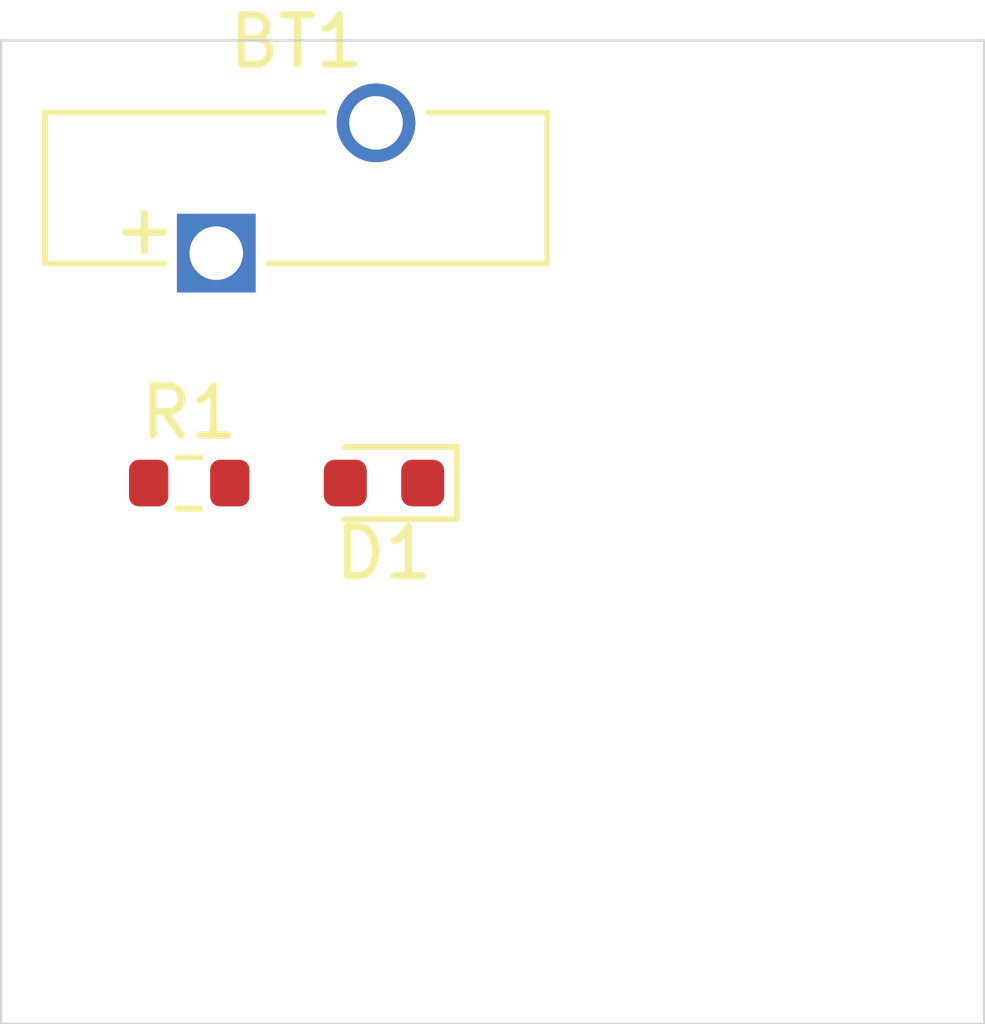
<source format=kicad_pcb>
(kicad_pcb (version 20240108) (generator "pcbnew") (generator_version "8.0")
  (layers (0 "F.Cu" power) (31 "B.Cu" power) (34 "B.Paste" user) (35 "F.Paste" user) (36 "B.SilkS" user "B.Silkscreen") (37 "F.SilkS" user "F.Silkscreen") (38 "B.Mask" user) (39 "F.Mask" user) (44 "Edge.Cuts" user))
  (net 0 "")
  (net 1 "GND")
  (net 2 "VCC")
  (net 3 "Net-(D1-A)")
  (footprint "Resistor_SMD:R_0603_1608Metric" (layer "F.Cu") (at 79.825 42)
    (property "Reference" "R1" (at 0 -1.43 0) (layer "F.SilkS"))
    (property "Value" "1k")
    (fp_line (start -0.237258 -0.5225) (end 0.237258 -0.5225) (stroke (width 0.12)) (layer "F.SilkS"))
    (fp_line (start -0.237258 0.5225) (end 0.237258 0.5225) (stroke (width 0.12)) (layer "F.SilkS"))
    (pad "1" smd roundrect (at -0.825 0) (size 0.8 0.95) (layers "F.Cu" "F.Paste" "F.Mask") (net 2 "VCC"))
    (pad "2" smd roundrect (at 0.825 0) (size 0.8 0.95) (layers "F.Cu" "F.Paste" "F.Mask") (net 3 "Net-(D1-A)"))
  )
  (footprint "Battery:Battery_Panasonic_CR1025-VSK_Vertical_CircularHoles" (layer "F.Cu") (at 80.375 37.325)
    (property "Reference" "BT1" (at 1.625 -4.3 0) (layer "F.SilkS"))
    (property "Value" "Battery")
    (fp_line (start -3.485 -2.86) (end 2.19 -2.86) (stroke (width 0.12)) (layer "F.SilkS"))
    (fp_line (start -3.485 0.21) (end -3.485 -2.86) (stroke (width 0.12)) (layer "F.SilkS"))
    (fp_line (start -3.485 0.21) (end -1.06 0.21) (stroke (width 0.12)) (layer "F.SilkS"))
    (fp_line (start 1.06 0.21) (end 6.735 0.21) (stroke (width 0.12)) (layer "F.SilkS"))
    (fp_line (start 4.31 -2.86) (end 6.735 -2.86) (stroke (width 0.12)) (layer "F.SilkS"))
    (fp_line (start 6.735 0.21) (end 6.735 -2.86) (stroke (width 0.12)) (layer "F.SilkS"))
    (fp_text user "+" (at -1.46 -0.5 0) (layer "F.SilkS"))
    (pad "1" thru_hole rect (at 0 0) (size 1.6 1.6) (drill 1.09) (layers "*.Cu" "*.Mask") (net 2 "VCC"))
    (pad "2" thru_hole circle (at 3.25 -2.65) (size 1.6 1.6) (drill 1.09) (layers "*.Cu" "*.Mask") (net 1 "GND"))
  )
  (footprint "LED_SMD:LED_0603_1608Metric" (layer "F.Cu") (at 83.7875 42 180)
    (property "Reference" "D1" (at 0 -1.43 360) (layer "F.SilkS"))
    (property "Value" "RED")
    (fp_line (start 0.8 -0.735) (end -1.485 -0.735) (stroke (width 0.12)) (layer "F.SilkS"))
    (fp_line (start -1.485 0.735) (end 0.8 0.735) (stroke (width 0.12)) (layer "F.SilkS"))
    (fp_line (start -1.485 -0.735) (end -1.485 0.735) (stroke (width 0.12)) (layer "F.SilkS"))
    (pad "1" smd roundrect (at -0.7875 0 180) (size 0.875 0.95) (layers "F.Cu" "F.Paste" "F.Mask") (net 1 "GND"))
    (pad "2" smd roundrect (at 0.7875 0 180) (size 0.875 0.95) (layers "F.Cu" "F.Paste" "F.Mask") (net 3 "Net-(D1-A)"))
  )
  (gr_rect (start 76 33) (end 96 53) (stroke (width 0.05)) (fill none) (layer "Edge.Cuts"))
)
</source>
